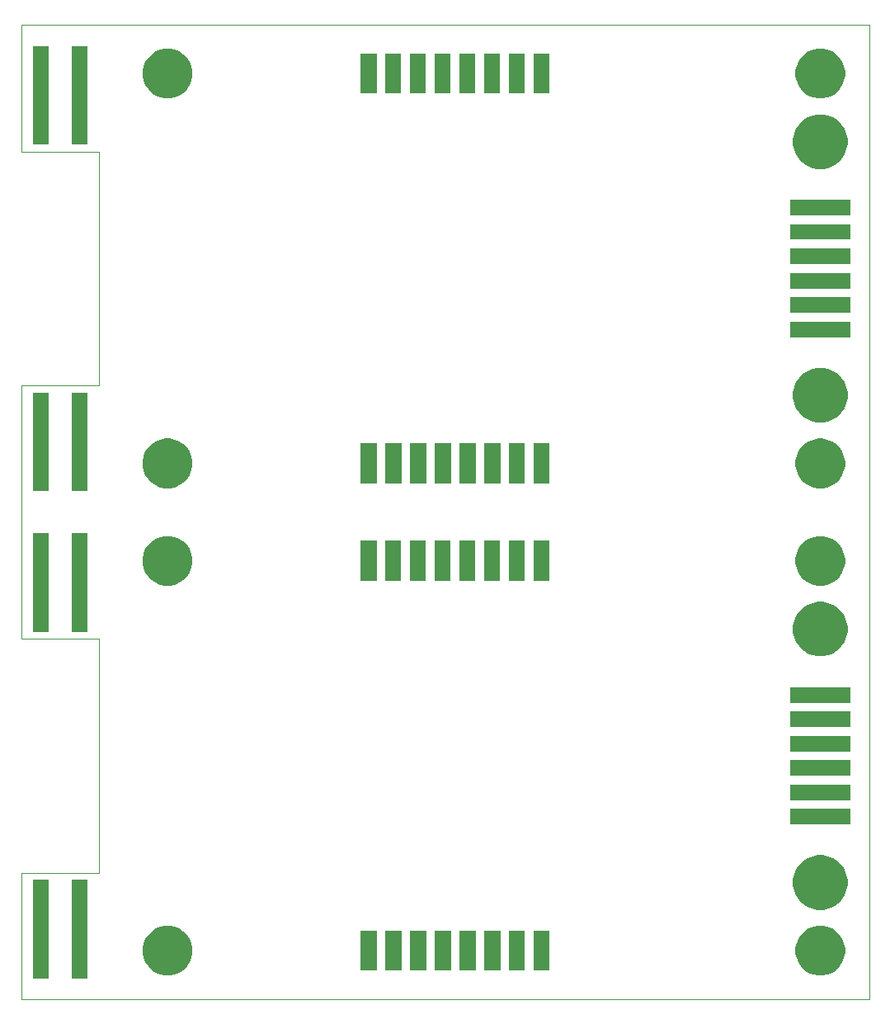
<source format=gbr>
G04 #@! TF.GenerationSoftware,KiCad,Pcbnew,(5.0.0-rc2-60-gbfa89039c)*
G04 #@! TF.CreationDate,2019-08-02T13:48:58+03:00*
G04 #@! TF.ProjectId,ModelPCB,4D6F64656C5043422E6B696361645F70,rev?*
G04 #@! TF.SameCoordinates,Original*
G04 #@! TF.FileFunction,Soldermask,Top*
G04 #@! TF.FilePolarity,Negative*
%FSLAX46Y46*%
G04 Gerber Fmt 4.6, Leading zero omitted, Abs format (unit mm)*
G04 Created by KiCad (PCBNEW (5.0.0-rc2-60-gbfa89039c)) date 08/02/19 13:48:58*
%MOMM*%
%LPD*%
G01*
G04 APERTURE LIST*
%ADD10C,0.050000*%
%ADD11C,0.150000*%
G04 APERTURE END LIST*
D10*
X162300000Y-150900000D02*
X162300000Y-126900000D01*
X154300000Y-126900000D02*
X154300000Y-113900000D01*
X162300000Y-126900000D02*
X154300000Y-126900000D01*
X154300000Y-150900000D02*
X162300000Y-150900000D01*
X154300000Y-163900000D02*
X154300000Y-150900000D01*
X241300000Y-163900000D02*
X241300000Y-113900000D01*
X241300000Y-163900000D02*
X154300000Y-163900000D01*
X154300000Y-63900000D02*
X241300000Y-63900000D01*
X154300000Y-113900000D02*
X154300000Y-100900000D01*
X154300000Y-76900000D02*
X154300000Y-63900000D01*
X162300000Y-76900000D02*
X154300000Y-76900000D01*
X162300000Y-100900000D02*
X162300000Y-76900000D01*
X154300000Y-100900000D02*
X162300000Y-100900000D01*
X241300000Y-113900000D02*
X241300000Y-63900000D01*
D11*
G36*
X161113000Y-161731000D02*
X159487000Y-161731000D01*
X159487000Y-151629000D01*
X161113000Y-151629000D01*
X161113000Y-161731000D01*
X161113000Y-161731000D01*
G37*
G36*
X157113000Y-161731000D02*
X155487000Y-161731000D01*
X155487000Y-151629000D01*
X157113000Y-151629000D01*
X157113000Y-161731000D01*
X157113000Y-161731000D01*
G37*
G36*
X170044096Y-156447033D02*
X170044098Y-156447034D01*
X170044099Y-156447034D01*
X170508352Y-156639333D01*
X170924284Y-156917250D01*
X170926171Y-156918511D01*
X171281489Y-157273829D01*
X171281491Y-157273832D01*
X171560667Y-157691648D01*
X171752966Y-158155901D01*
X171851000Y-158648748D01*
X171851000Y-159151252D01*
X171752966Y-159644099D01*
X171560667Y-160108352D01*
X171282750Y-160524284D01*
X171281489Y-160526171D01*
X170926171Y-160881489D01*
X170926168Y-160881491D01*
X170508352Y-161160667D01*
X170044099Y-161352966D01*
X170044098Y-161352966D01*
X170044096Y-161352967D01*
X169551253Y-161451000D01*
X169048747Y-161451000D01*
X168555904Y-161352967D01*
X168555902Y-161352966D01*
X168555901Y-161352966D01*
X168091648Y-161160667D01*
X167673832Y-160881491D01*
X167673829Y-160881489D01*
X167318511Y-160526171D01*
X167317250Y-160524284D01*
X167039333Y-160108352D01*
X166847034Y-159644099D01*
X166749000Y-159151252D01*
X166749000Y-158648748D01*
X166847034Y-158155901D01*
X167039333Y-157691648D01*
X167318509Y-157273832D01*
X167318511Y-157273829D01*
X167673829Y-156918511D01*
X167675716Y-156917250D01*
X168091648Y-156639333D01*
X168555901Y-156447034D01*
X168555902Y-156447034D01*
X168555904Y-156447033D01*
X169048747Y-156349000D01*
X169551253Y-156349000D01*
X170044096Y-156447033D01*
X170044096Y-156447033D01*
G37*
G36*
X237044096Y-156447033D02*
X237044098Y-156447034D01*
X237044099Y-156447034D01*
X237508352Y-156639333D01*
X237924284Y-156917250D01*
X237926171Y-156918511D01*
X238281489Y-157273829D01*
X238281491Y-157273832D01*
X238560667Y-157691648D01*
X238752966Y-158155901D01*
X238851000Y-158648748D01*
X238851000Y-159151252D01*
X238752966Y-159644099D01*
X238560667Y-160108352D01*
X238282750Y-160524284D01*
X238281489Y-160526171D01*
X237926171Y-160881489D01*
X237926168Y-160881491D01*
X237508352Y-161160667D01*
X237044099Y-161352966D01*
X237044098Y-161352966D01*
X237044096Y-161352967D01*
X236551253Y-161451000D01*
X236048747Y-161451000D01*
X235555904Y-161352967D01*
X235555902Y-161352966D01*
X235555901Y-161352966D01*
X235091648Y-161160667D01*
X234673832Y-160881491D01*
X234673829Y-160881489D01*
X234318511Y-160526171D01*
X234317250Y-160524284D01*
X234039333Y-160108352D01*
X233847034Y-159644099D01*
X233749000Y-159151252D01*
X233749000Y-158648748D01*
X233847034Y-158155901D01*
X234039333Y-157691648D01*
X234318509Y-157273832D01*
X234318511Y-157273829D01*
X234673829Y-156918511D01*
X234675716Y-156917250D01*
X235091648Y-156639333D01*
X235555901Y-156447034D01*
X235555902Y-156447034D01*
X235555904Y-156447033D01*
X236048747Y-156349000D01*
X236551253Y-156349000D01*
X237044096Y-156447033D01*
X237044096Y-156447033D01*
G37*
G36*
X205963000Y-160951000D02*
X204337000Y-160951000D01*
X204337000Y-156849000D01*
X205963000Y-156849000D01*
X205963000Y-160951000D01*
X205963000Y-160951000D01*
G37*
G36*
X203463000Y-160951000D02*
X201837000Y-160951000D01*
X201837000Y-156849000D01*
X203463000Y-156849000D01*
X203463000Y-160951000D01*
X203463000Y-160951000D01*
G37*
G36*
X200923000Y-160951000D02*
X199297000Y-160951000D01*
X199297000Y-156849000D01*
X200923000Y-156849000D01*
X200923000Y-160951000D01*
X200923000Y-160951000D01*
G37*
G36*
X198383000Y-160951000D02*
X196757000Y-160951000D01*
X196757000Y-156849000D01*
X198383000Y-156849000D01*
X198383000Y-160951000D01*
X198383000Y-160951000D01*
G37*
G36*
X195843000Y-160951000D02*
X194217000Y-160951000D01*
X194217000Y-156849000D01*
X195843000Y-156849000D01*
X195843000Y-160951000D01*
X195843000Y-160951000D01*
G37*
G36*
X193303000Y-160951000D02*
X191677000Y-160951000D01*
X191677000Y-156849000D01*
X193303000Y-156849000D01*
X193303000Y-160951000D01*
X193303000Y-160951000D01*
G37*
G36*
X190763000Y-160951000D02*
X189137000Y-160951000D01*
X189137000Y-156849000D01*
X190763000Y-156849000D01*
X190763000Y-160951000D01*
X190763000Y-160951000D01*
G37*
G36*
X208463000Y-160951000D02*
X206837000Y-160951000D01*
X206837000Y-156849000D01*
X208463000Y-156849000D01*
X208463000Y-160951000D01*
X208463000Y-160951000D01*
G37*
G36*
X237117021Y-149206640D02*
X237626770Y-149417785D01*
X237626771Y-149417786D01*
X238085534Y-149724321D01*
X238475679Y-150114466D01*
X238680036Y-150420308D01*
X238782215Y-150573230D01*
X238993360Y-151082979D01*
X239101000Y-151624124D01*
X239101000Y-152175876D01*
X238993360Y-152717021D01*
X238782215Y-153226770D01*
X238782214Y-153226771D01*
X238475679Y-153685534D01*
X238085534Y-154075679D01*
X237779692Y-154280036D01*
X237626770Y-154382215D01*
X237117021Y-154593360D01*
X236575876Y-154701000D01*
X236024124Y-154701000D01*
X235482979Y-154593360D01*
X234973230Y-154382215D01*
X234820308Y-154280036D01*
X234514466Y-154075679D01*
X234124321Y-153685534D01*
X233817786Y-153226771D01*
X233817785Y-153226770D01*
X233606640Y-152717021D01*
X233499000Y-152175876D01*
X233499000Y-151624124D01*
X233606640Y-151082979D01*
X233817785Y-150573230D01*
X233919964Y-150420308D01*
X234124321Y-150114466D01*
X234514466Y-149724321D01*
X234973229Y-149417786D01*
X234973230Y-149417785D01*
X235482979Y-149206640D01*
X236024124Y-149099000D01*
X236575876Y-149099000D01*
X237117021Y-149206640D01*
X237117021Y-149206640D01*
G37*
G36*
X239351000Y-145951000D02*
X233249000Y-145951000D01*
X233249000Y-144349000D01*
X239351000Y-144349000D01*
X239351000Y-145951000D01*
X239351000Y-145951000D01*
G37*
G36*
X239351000Y-143451000D02*
X233249000Y-143451000D01*
X233249000Y-141849000D01*
X239351000Y-141849000D01*
X239351000Y-143451000D01*
X239351000Y-143451000D01*
G37*
G36*
X239351000Y-140951000D02*
X233249000Y-140951000D01*
X233249000Y-139349000D01*
X239351000Y-139349000D01*
X239351000Y-140951000D01*
X239351000Y-140951000D01*
G37*
G36*
X239351000Y-138451000D02*
X233249000Y-138451000D01*
X233249000Y-136849000D01*
X239351000Y-136849000D01*
X239351000Y-138451000D01*
X239351000Y-138451000D01*
G37*
G36*
X239351000Y-135951000D02*
X233249000Y-135951000D01*
X233249000Y-134349000D01*
X239351000Y-134349000D01*
X239351000Y-135951000D01*
X239351000Y-135951000D01*
G37*
G36*
X239351000Y-133451000D02*
X233249000Y-133451000D01*
X233249000Y-131849000D01*
X239351000Y-131849000D01*
X239351000Y-133451000D01*
X239351000Y-133451000D01*
G37*
G36*
X237117021Y-123206640D02*
X237626770Y-123417785D01*
X237626771Y-123417786D01*
X238085534Y-123724321D01*
X238475679Y-124114466D01*
X238680036Y-124420308D01*
X238782215Y-124573230D01*
X238993360Y-125082979D01*
X239101000Y-125624124D01*
X239101000Y-126175876D01*
X238993360Y-126717021D01*
X238782215Y-127226770D01*
X238782214Y-127226771D01*
X238475679Y-127685534D01*
X238085534Y-128075679D01*
X237779692Y-128280036D01*
X237626770Y-128382215D01*
X237117021Y-128593360D01*
X236575876Y-128701000D01*
X236024124Y-128701000D01*
X235482979Y-128593360D01*
X234973230Y-128382215D01*
X234820308Y-128280036D01*
X234514466Y-128075679D01*
X234124321Y-127685534D01*
X233817786Y-127226771D01*
X233817785Y-127226770D01*
X233606640Y-126717021D01*
X233499000Y-126175876D01*
X233499000Y-125624124D01*
X233606640Y-125082979D01*
X233817785Y-124573230D01*
X233919964Y-124420308D01*
X234124321Y-124114466D01*
X234514466Y-123724321D01*
X234973229Y-123417786D01*
X234973230Y-123417785D01*
X235482979Y-123206640D01*
X236024124Y-123099000D01*
X236575876Y-123099000D01*
X237117021Y-123206640D01*
X237117021Y-123206640D01*
G37*
G36*
X157113000Y-126171000D02*
X155487000Y-126171000D01*
X155487000Y-116069000D01*
X157113000Y-116069000D01*
X157113000Y-126171000D01*
X157113000Y-126171000D01*
G37*
G36*
X161113000Y-126171000D02*
X159487000Y-126171000D01*
X159487000Y-116069000D01*
X161113000Y-116069000D01*
X161113000Y-126171000D01*
X161113000Y-126171000D01*
G37*
G36*
X237044096Y-116447033D02*
X237044098Y-116447034D01*
X237044099Y-116447034D01*
X237508352Y-116639333D01*
X237924284Y-116917250D01*
X237926171Y-116918511D01*
X238281489Y-117273829D01*
X238281491Y-117273832D01*
X238560667Y-117691648D01*
X238752966Y-118155901D01*
X238851000Y-118648748D01*
X238851000Y-119151252D01*
X238752966Y-119644099D01*
X238560667Y-120108352D01*
X238282750Y-120524284D01*
X238281489Y-120526171D01*
X237926171Y-120881489D01*
X237926168Y-120881491D01*
X237508352Y-121160667D01*
X237044099Y-121352966D01*
X237044098Y-121352966D01*
X237044096Y-121352967D01*
X236551253Y-121451000D01*
X236048747Y-121451000D01*
X235555904Y-121352967D01*
X235555902Y-121352966D01*
X235555901Y-121352966D01*
X235091648Y-121160667D01*
X234673832Y-120881491D01*
X234673829Y-120881489D01*
X234318511Y-120526171D01*
X234317250Y-120524284D01*
X234039333Y-120108352D01*
X233847034Y-119644099D01*
X233749000Y-119151252D01*
X233749000Y-118648748D01*
X233847034Y-118155901D01*
X234039333Y-117691648D01*
X234318509Y-117273832D01*
X234318511Y-117273829D01*
X234673829Y-116918511D01*
X234675716Y-116917250D01*
X235091648Y-116639333D01*
X235555901Y-116447034D01*
X235555902Y-116447034D01*
X235555904Y-116447033D01*
X236048747Y-116349000D01*
X236551253Y-116349000D01*
X237044096Y-116447033D01*
X237044096Y-116447033D01*
G37*
G36*
X170044096Y-116447033D02*
X170044098Y-116447034D01*
X170044099Y-116447034D01*
X170508352Y-116639333D01*
X170924284Y-116917250D01*
X170926171Y-116918511D01*
X171281489Y-117273829D01*
X171281491Y-117273832D01*
X171560667Y-117691648D01*
X171752966Y-118155901D01*
X171851000Y-118648748D01*
X171851000Y-119151252D01*
X171752966Y-119644099D01*
X171560667Y-120108352D01*
X171282750Y-120524284D01*
X171281489Y-120526171D01*
X170926171Y-120881489D01*
X170926168Y-120881491D01*
X170508352Y-121160667D01*
X170044099Y-121352966D01*
X170044098Y-121352966D01*
X170044096Y-121352967D01*
X169551253Y-121451000D01*
X169048747Y-121451000D01*
X168555904Y-121352967D01*
X168555902Y-121352966D01*
X168555901Y-121352966D01*
X168091648Y-121160667D01*
X167673832Y-120881491D01*
X167673829Y-120881489D01*
X167318511Y-120526171D01*
X167317250Y-120524284D01*
X167039333Y-120108352D01*
X166847034Y-119644099D01*
X166749000Y-119151252D01*
X166749000Y-118648748D01*
X166847034Y-118155901D01*
X167039333Y-117691648D01*
X167318509Y-117273832D01*
X167318511Y-117273829D01*
X167673829Y-116918511D01*
X167675716Y-116917250D01*
X168091648Y-116639333D01*
X168555901Y-116447034D01*
X168555902Y-116447034D01*
X168555904Y-116447033D01*
X169048747Y-116349000D01*
X169551253Y-116349000D01*
X170044096Y-116447033D01*
X170044096Y-116447033D01*
G37*
G36*
X190763000Y-120951000D02*
X189137000Y-120951000D01*
X189137000Y-116849000D01*
X190763000Y-116849000D01*
X190763000Y-120951000D01*
X190763000Y-120951000D01*
G37*
G36*
X200843000Y-120951000D02*
X199217000Y-120951000D01*
X199217000Y-116849000D01*
X200843000Y-116849000D01*
X200843000Y-120951000D01*
X200843000Y-120951000D01*
G37*
G36*
X198303000Y-120951000D02*
X196677000Y-120951000D01*
X196677000Y-116849000D01*
X198303000Y-116849000D01*
X198303000Y-120951000D01*
X198303000Y-120951000D01*
G37*
G36*
X195763000Y-120951000D02*
X194137000Y-120951000D01*
X194137000Y-116849000D01*
X195763000Y-116849000D01*
X195763000Y-120951000D01*
X195763000Y-120951000D01*
G37*
G36*
X193263000Y-120951000D02*
X191637000Y-120951000D01*
X191637000Y-116849000D01*
X193263000Y-116849000D01*
X193263000Y-120951000D01*
X193263000Y-120951000D01*
G37*
G36*
X203383000Y-120951000D02*
X201757000Y-120951000D01*
X201757000Y-116849000D01*
X203383000Y-116849000D01*
X203383000Y-120951000D01*
X203383000Y-120951000D01*
G37*
G36*
X205923000Y-120951000D02*
X204297000Y-120951000D01*
X204297000Y-116849000D01*
X205923000Y-116849000D01*
X205923000Y-120951000D01*
X205923000Y-120951000D01*
G37*
G36*
X208463000Y-120951000D02*
X206837000Y-120951000D01*
X206837000Y-116849000D01*
X208463000Y-116849000D01*
X208463000Y-120951000D01*
X208463000Y-120951000D01*
G37*
G36*
X161113000Y-111731000D02*
X159487000Y-111731000D01*
X159487000Y-101629000D01*
X161113000Y-101629000D01*
X161113000Y-111731000D01*
X161113000Y-111731000D01*
G37*
G36*
X157113000Y-111731000D02*
X155487000Y-111731000D01*
X155487000Y-101629000D01*
X157113000Y-101629000D01*
X157113000Y-111731000D01*
X157113000Y-111731000D01*
G37*
G36*
X170044096Y-106447033D02*
X170044098Y-106447034D01*
X170044099Y-106447034D01*
X170508352Y-106639333D01*
X170924284Y-106917250D01*
X170926171Y-106918511D01*
X171281489Y-107273829D01*
X171281491Y-107273832D01*
X171560667Y-107691648D01*
X171752966Y-108155901D01*
X171851000Y-108648748D01*
X171851000Y-109151252D01*
X171752966Y-109644099D01*
X171560667Y-110108352D01*
X171282750Y-110524284D01*
X171281489Y-110526171D01*
X170926171Y-110881489D01*
X170926168Y-110881491D01*
X170508352Y-111160667D01*
X170044099Y-111352966D01*
X170044098Y-111352966D01*
X170044096Y-111352967D01*
X169551253Y-111451000D01*
X169048747Y-111451000D01*
X168555904Y-111352967D01*
X168555902Y-111352966D01*
X168555901Y-111352966D01*
X168091648Y-111160667D01*
X167673832Y-110881491D01*
X167673829Y-110881489D01*
X167318511Y-110526171D01*
X167317250Y-110524284D01*
X167039333Y-110108352D01*
X166847034Y-109644099D01*
X166749000Y-109151252D01*
X166749000Y-108648748D01*
X166847034Y-108155901D01*
X167039333Y-107691648D01*
X167318509Y-107273832D01*
X167318511Y-107273829D01*
X167673829Y-106918511D01*
X167675716Y-106917250D01*
X168091648Y-106639333D01*
X168555901Y-106447034D01*
X168555902Y-106447034D01*
X168555904Y-106447033D01*
X169048747Y-106349000D01*
X169551253Y-106349000D01*
X170044096Y-106447033D01*
X170044096Y-106447033D01*
G37*
G36*
X237044096Y-106447033D02*
X237044098Y-106447034D01*
X237044099Y-106447034D01*
X237508352Y-106639333D01*
X237924284Y-106917250D01*
X237926171Y-106918511D01*
X238281489Y-107273829D01*
X238281491Y-107273832D01*
X238560667Y-107691648D01*
X238752966Y-108155901D01*
X238851000Y-108648748D01*
X238851000Y-109151252D01*
X238752966Y-109644099D01*
X238560667Y-110108352D01*
X238282750Y-110524284D01*
X238281489Y-110526171D01*
X237926171Y-110881489D01*
X237926168Y-110881491D01*
X237508352Y-111160667D01*
X237044099Y-111352966D01*
X237044098Y-111352966D01*
X237044096Y-111352967D01*
X236551253Y-111451000D01*
X236048747Y-111451000D01*
X235555904Y-111352967D01*
X235555902Y-111352966D01*
X235555901Y-111352966D01*
X235091648Y-111160667D01*
X234673832Y-110881491D01*
X234673829Y-110881489D01*
X234318511Y-110526171D01*
X234317250Y-110524284D01*
X234039333Y-110108352D01*
X233847034Y-109644099D01*
X233749000Y-109151252D01*
X233749000Y-108648748D01*
X233847034Y-108155901D01*
X234039333Y-107691648D01*
X234318509Y-107273832D01*
X234318511Y-107273829D01*
X234673829Y-106918511D01*
X234675716Y-106917250D01*
X235091648Y-106639333D01*
X235555901Y-106447034D01*
X235555902Y-106447034D01*
X235555904Y-106447033D01*
X236048747Y-106349000D01*
X236551253Y-106349000D01*
X237044096Y-106447033D01*
X237044096Y-106447033D01*
G37*
G36*
X195843000Y-110951000D02*
X194217000Y-110951000D01*
X194217000Y-106849000D01*
X195843000Y-106849000D01*
X195843000Y-110951000D01*
X195843000Y-110951000D01*
G37*
G36*
X193303000Y-110951000D02*
X191677000Y-110951000D01*
X191677000Y-106849000D01*
X193303000Y-106849000D01*
X193303000Y-110951000D01*
X193303000Y-110951000D01*
G37*
G36*
X190763000Y-110951000D02*
X189137000Y-110951000D01*
X189137000Y-106849000D01*
X190763000Y-106849000D01*
X190763000Y-110951000D01*
X190763000Y-110951000D01*
G37*
G36*
X198383000Y-110951000D02*
X196757000Y-110951000D01*
X196757000Y-106849000D01*
X198383000Y-106849000D01*
X198383000Y-110951000D01*
X198383000Y-110951000D01*
G37*
G36*
X200923000Y-110951000D02*
X199297000Y-110951000D01*
X199297000Y-106849000D01*
X200923000Y-106849000D01*
X200923000Y-110951000D01*
X200923000Y-110951000D01*
G37*
G36*
X203463000Y-110951000D02*
X201837000Y-110951000D01*
X201837000Y-106849000D01*
X203463000Y-106849000D01*
X203463000Y-110951000D01*
X203463000Y-110951000D01*
G37*
G36*
X205963000Y-110951000D02*
X204337000Y-110951000D01*
X204337000Y-106849000D01*
X205963000Y-106849000D01*
X205963000Y-110951000D01*
X205963000Y-110951000D01*
G37*
G36*
X208463000Y-110951000D02*
X206837000Y-110951000D01*
X206837000Y-106849000D01*
X208463000Y-106849000D01*
X208463000Y-110951000D01*
X208463000Y-110951000D01*
G37*
G36*
X237117021Y-99206640D02*
X237626770Y-99417785D01*
X237626771Y-99417786D01*
X238085534Y-99724321D01*
X238475679Y-100114466D01*
X238680036Y-100420308D01*
X238782215Y-100573230D01*
X238993360Y-101082979D01*
X239101000Y-101624124D01*
X239101000Y-102175876D01*
X238993360Y-102717021D01*
X238782215Y-103226770D01*
X238782214Y-103226771D01*
X238475679Y-103685534D01*
X238085534Y-104075679D01*
X237779692Y-104280036D01*
X237626770Y-104382215D01*
X237117021Y-104593360D01*
X236575876Y-104701000D01*
X236024124Y-104701000D01*
X235482979Y-104593360D01*
X234973230Y-104382215D01*
X234820308Y-104280036D01*
X234514466Y-104075679D01*
X234124321Y-103685534D01*
X233817786Y-103226771D01*
X233817785Y-103226770D01*
X233606640Y-102717021D01*
X233499000Y-102175876D01*
X233499000Y-101624124D01*
X233606640Y-101082979D01*
X233817785Y-100573230D01*
X233919964Y-100420308D01*
X234124321Y-100114466D01*
X234514466Y-99724321D01*
X234973229Y-99417786D01*
X234973230Y-99417785D01*
X235482979Y-99206640D01*
X236024124Y-99099000D01*
X236575876Y-99099000D01*
X237117021Y-99206640D01*
X237117021Y-99206640D01*
G37*
G36*
X239351000Y-95951000D02*
X233249000Y-95951000D01*
X233249000Y-94349000D01*
X239351000Y-94349000D01*
X239351000Y-95951000D01*
X239351000Y-95951000D01*
G37*
G36*
X239351000Y-93451000D02*
X233249000Y-93451000D01*
X233249000Y-91849000D01*
X239351000Y-91849000D01*
X239351000Y-93451000D01*
X239351000Y-93451000D01*
G37*
G36*
X239351000Y-90951000D02*
X233249000Y-90951000D01*
X233249000Y-89349000D01*
X239351000Y-89349000D01*
X239351000Y-90951000D01*
X239351000Y-90951000D01*
G37*
G36*
X239351000Y-88451000D02*
X233249000Y-88451000D01*
X233249000Y-86849000D01*
X239351000Y-86849000D01*
X239351000Y-88451000D01*
X239351000Y-88451000D01*
G37*
G36*
X239351000Y-85951000D02*
X233249000Y-85951000D01*
X233249000Y-84349000D01*
X239351000Y-84349000D01*
X239351000Y-85951000D01*
X239351000Y-85951000D01*
G37*
G36*
X239351000Y-83451000D02*
X233249000Y-83451000D01*
X233249000Y-81849000D01*
X239351000Y-81849000D01*
X239351000Y-83451000D01*
X239351000Y-83451000D01*
G37*
G36*
X237117021Y-73206640D02*
X237626770Y-73417785D01*
X237626771Y-73417786D01*
X238085534Y-73724321D01*
X238475679Y-74114466D01*
X238680036Y-74420308D01*
X238782215Y-74573230D01*
X238993360Y-75082979D01*
X239101000Y-75624124D01*
X239101000Y-76175876D01*
X238993360Y-76717021D01*
X238782215Y-77226770D01*
X238782214Y-77226771D01*
X238475679Y-77685534D01*
X238085534Y-78075679D01*
X237779692Y-78280036D01*
X237626770Y-78382215D01*
X237117021Y-78593360D01*
X236575876Y-78701000D01*
X236024124Y-78701000D01*
X235482979Y-78593360D01*
X234973230Y-78382215D01*
X234820308Y-78280036D01*
X234514466Y-78075679D01*
X234124321Y-77685534D01*
X233817786Y-77226771D01*
X233817785Y-77226770D01*
X233606640Y-76717021D01*
X233499000Y-76175876D01*
X233499000Y-75624124D01*
X233606640Y-75082979D01*
X233817785Y-74573230D01*
X233919964Y-74420308D01*
X234124321Y-74114466D01*
X234514466Y-73724321D01*
X234973229Y-73417786D01*
X234973230Y-73417785D01*
X235482979Y-73206640D01*
X236024124Y-73099000D01*
X236575876Y-73099000D01*
X237117021Y-73206640D01*
X237117021Y-73206640D01*
G37*
G36*
X157113000Y-76171000D02*
X155487000Y-76171000D01*
X155487000Y-66069000D01*
X157113000Y-66069000D01*
X157113000Y-76171000D01*
X157113000Y-76171000D01*
G37*
G36*
X161113000Y-76171000D02*
X159487000Y-76171000D01*
X159487000Y-66069000D01*
X161113000Y-66069000D01*
X161113000Y-76171000D01*
X161113000Y-76171000D01*
G37*
G36*
X237044096Y-66447033D02*
X237044098Y-66447034D01*
X237044099Y-66447034D01*
X237508352Y-66639333D01*
X237924284Y-66917250D01*
X237926171Y-66918511D01*
X238281489Y-67273829D01*
X238281491Y-67273832D01*
X238560667Y-67691648D01*
X238752966Y-68155901D01*
X238851000Y-68648748D01*
X238851000Y-69151252D01*
X238752966Y-69644099D01*
X238560667Y-70108352D01*
X238282750Y-70524284D01*
X238281489Y-70526171D01*
X237926171Y-70881489D01*
X237926168Y-70881491D01*
X237508352Y-71160667D01*
X237044099Y-71352966D01*
X237044098Y-71352966D01*
X237044096Y-71352967D01*
X236551253Y-71451000D01*
X236048747Y-71451000D01*
X235555904Y-71352967D01*
X235555902Y-71352966D01*
X235555901Y-71352966D01*
X235091648Y-71160667D01*
X234673832Y-70881491D01*
X234673829Y-70881489D01*
X234318511Y-70526171D01*
X234317250Y-70524284D01*
X234039333Y-70108352D01*
X233847034Y-69644099D01*
X233749000Y-69151252D01*
X233749000Y-68648748D01*
X233847034Y-68155901D01*
X234039333Y-67691648D01*
X234318509Y-67273832D01*
X234318511Y-67273829D01*
X234673829Y-66918511D01*
X234675716Y-66917250D01*
X235091648Y-66639333D01*
X235555901Y-66447034D01*
X235555902Y-66447034D01*
X235555904Y-66447033D01*
X236048747Y-66349000D01*
X236551253Y-66349000D01*
X237044096Y-66447033D01*
X237044096Y-66447033D01*
G37*
G36*
X170044096Y-66447033D02*
X170044098Y-66447034D01*
X170044099Y-66447034D01*
X170508352Y-66639333D01*
X170924284Y-66917250D01*
X170926171Y-66918511D01*
X171281489Y-67273829D01*
X171281491Y-67273832D01*
X171560667Y-67691648D01*
X171752966Y-68155901D01*
X171851000Y-68648748D01*
X171851000Y-69151252D01*
X171752966Y-69644099D01*
X171560667Y-70108352D01*
X171282750Y-70524284D01*
X171281489Y-70526171D01*
X170926171Y-70881489D01*
X170926168Y-70881491D01*
X170508352Y-71160667D01*
X170044099Y-71352966D01*
X170044098Y-71352966D01*
X170044096Y-71352967D01*
X169551253Y-71451000D01*
X169048747Y-71451000D01*
X168555904Y-71352967D01*
X168555902Y-71352966D01*
X168555901Y-71352966D01*
X168091648Y-71160667D01*
X167673832Y-70881491D01*
X167673829Y-70881489D01*
X167318511Y-70526171D01*
X167317250Y-70524284D01*
X167039333Y-70108352D01*
X166847034Y-69644099D01*
X166749000Y-69151252D01*
X166749000Y-68648748D01*
X166847034Y-68155901D01*
X167039333Y-67691648D01*
X167318509Y-67273832D01*
X167318511Y-67273829D01*
X167673829Y-66918511D01*
X167675716Y-66917250D01*
X168091648Y-66639333D01*
X168555901Y-66447034D01*
X168555902Y-66447034D01*
X168555904Y-66447033D01*
X169048747Y-66349000D01*
X169551253Y-66349000D01*
X170044096Y-66447033D01*
X170044096Y-66447033D01*
G37*
G36*
X190763000Y-70951000D02*
X189137000Y-70951000D01*
X189137000Y-66849000D01*
X190763000Y-66849000D01*
X190763000Y-70951000D01*
X190763000Y-70951000D01*
G37*
G36*
X198303000Y-70951000D02*
X196677000Y-70951000D01*
X196677000Y-66849000D01*
X198303000Y-66849000D01*
X198303000Y-70951000D01*
X198303000Y-70951000D01*
G37*
G36*
X193263000Y-70951000D02*
X191637000Y-70951000D01*
X191637000Y-66849000D01*
X193263000Y-66849000D01*
X193263000Y-70951000D01*
X193263000Y-70951000D01*
G37*
G36*
X195763000Y-70951000D02*
X194137000Y-70951000D01*
X194137000Y-66849000D01*
X195763000Y-66849000D01*
X195763000Y-70951000D01*
X195763000Y-70951000D01*
G37*
G36*
X203383000Y-70951000D02*
X201757000Y-70951000D01*
X201757000Y-66849000D01*
X203383000Y-66849000D01*
X203383000Y-70951000D01*
X203383000Y-70951000D01*
G37*
G36*
X200843000Y-70951000D02*
X199217000Y-70951000D01*
X199217000Y-66849000D01*
X200843000Y-66849000D01*
X200843000Y-70951000D01*
X200843000Y-70951000D01*
G37*
G36*
X208463000Y-70951000D02*
X206837000Y-70951000D01*
X206837000Y-66849000D01*
X208463000Y-66849000D01*
X208463000Y-70951000D01*
X208463000Y-70951000D01*
G37*
G36*
X205923000Y-70951000D02*
X204297000Y-70951000D01*
X204297000Y-66849000D01*
X205923000Y-66849000D01*
X205923000Y-70951000D01*
X205923000Y-70951000D01*
G37*
M02*

</source>
